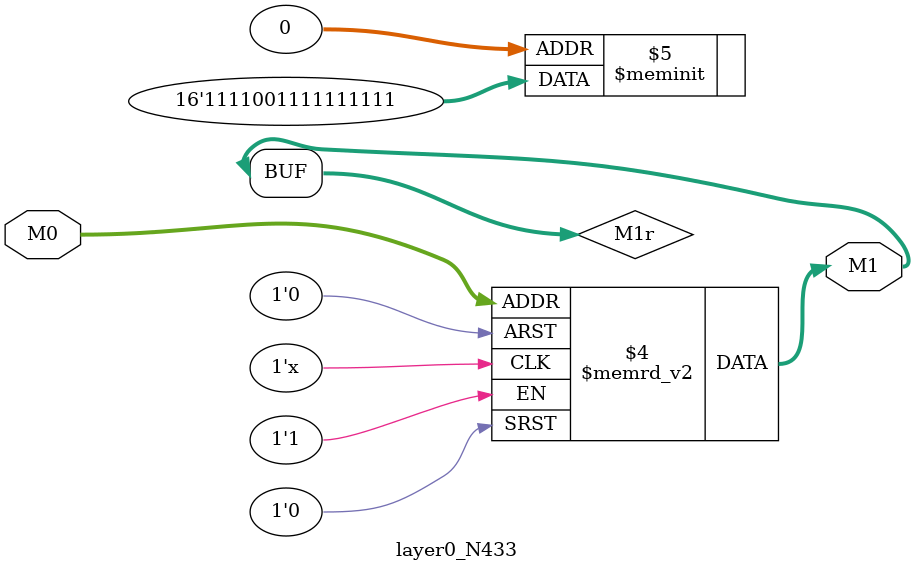
<source format=v>
module layer0_N433 ( input [2:0] M0, output [1:0] M1 );

	(*rom_style = "distributed" *) reg [1:0] M1r;
	assign M1 = M1r;
	always @ (M0) begin
		case (M0)
			3'b000: M1r = 2'b11;
			3'b100: M1r = 2'b11;
			3'b010: M1r = 2'b11;
			3'b110: M1r = 2'b11;
			3'b001: M1r = 2'b11;
			3'b101: M1r = 2'b00;
			3'b011: M1r = 2'b11;
			3'b111: M1r = 2'b11;

		endcase
	end
endmodule

</source>
